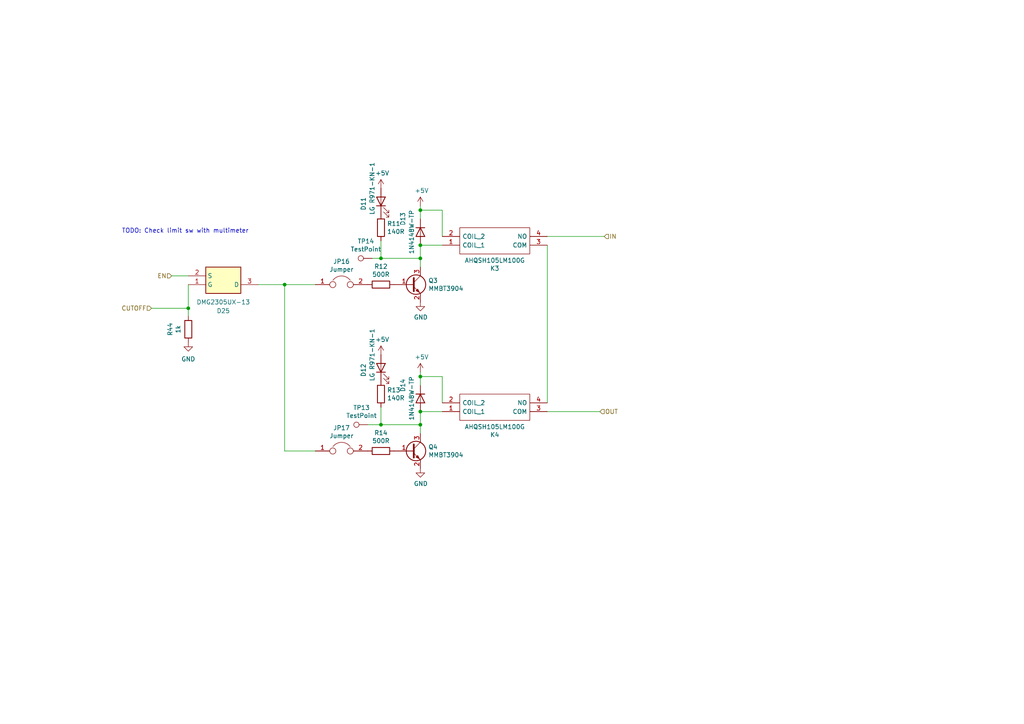
<source format=kicad_sch>
(kicad_sch (version 20230121) (generator eeschema)
  (paper "A4")
  (lib_symbols
    (symbol "AHQSH105LM100G:AHQSH105LM100G" (pin_names (offset 0.762))
      (property "Reference" "K" (at 26.67 7.62 0))
      (property "Value" "AHQSH105LM100G_AHQSH105LM100G" (at 26.67 5.08 0))
      (symbol "AHQSH105LM100G_0_0"
        (pin passive line (at 0 0 0) (length 5.08) (name "COIL_1") (number "1"))
        (pin passive line (at 0 -2.54 0) (length 5.08) (name "COIL_2") (number "2"))
        (pin passive line (at 30.48 0 180) (length 5.08) (name "COM") (number "3"))
        (pin passive line (at 30.48 -2.54 180) (length 5.08) (name "NO") (number "4"))
      )
      (symbol "AHQSH105LM100G_0_1"
        (polyline (pts (xy 5.08 2.54) (xy 25.4 2.54) (xy 25.4 -5.08) (xy 5.08 -5.08) (xy 5.08 2.54)) (stroke (width 0.1524)))
      )
    )
    (symbol "Connector:TestPoint" (pin_numbers hide) (pin_names (offset 0.762) hide)
      (property "Reference" "TP" (at 0 6.858 0))
      (property "Value" "TestPoint" (at 0 5.08 0))
      (symbol "TestPoint_0_1"
        (circle (center 0 3.302) (radius 0.762))
      )
      (symbol "TestPoint_1_1"
        (pin passive line (at 0 0 90) (length 2.54) (name "1") (number "1"))
      )
    )
    (symbol "DMG2305UX-13:DMG2305UX-13"
      (property "Reference" "D" (at 16.51 7.62 0))
      (property "Value" "DMG2305UX-13" (at 16.51 5.08 0))
      (symbol "DMG2305UX-13_1_1"
        (rectangle (start 5.08 2.54) (end 15.24 -5.08) (stroke (width 0.254)) (fill (type background)))
        (pin passive line (at 0 0 0) (length 5.08) (name "G") (number "1"))
        (pin passive line (at 0 -2.54 0) (length 5.08) (name "S") (number "2"))
        (pin passive line (at 20.32 0 180) (length 5.08) (name "D") (number "3"))
      )
    )
    (symbol "Device:Jumper" (pin_names (offset 0.762) hide)
      (property "Reference" "JP" (at 0 3.81 0))
      (property "Value" "Device_Jumper" (at 0 -2.032 0))
      (symbol "Jumper_0_1"
        (circle (center -2.54 0) (radius 0.889))
        (arc (start 2.5146 1.27) (mid 0.0078 2.5097) (end -2.4892 1.27))
        (circle (center 2.54 0) (radius 0.889))
        (pin passive line (at -7.62 0 0) (length 4.191) (name "1") (number "1"))
        (pin passive line (at 7.62 0 180) (length 4.191) (name "2") (number "2"))
      )
    )
    (symbol "Device:LED" (pin_numbers hide) (pin_names (offset 1.016) hide)
      (property "Reference" "D" (at 0 2.54 0))
      (property "Value" "LED" (at 0 -2.54 0))
      (symbol "LED_0_1"
        (polyline (pts (xy -1.27 -1.27) (xy -1.27 1.27)) (stroke (width 0.254)))
        (polyline (pts (xy -1.27 0) (xy 1.27 0)))
        (polyline (pts (xy 1.27 -1.27) (xy 1.27 1.27) (xy -1.27 0) (xy 1.27 -1.27)) (stroke (width 0.254)))
        (polyline (pts (xy -3.048 -0.762) (xy -4.572 -2.286) (xy -3.81 -2.286) (xy -4.572 -2.286) (xy -4.572 -1.524)))
        (polyline (pts (xy -1.778 -0.762) (xy -3.302 -2.286) (xy -2.54 -2.286) (xy -3.302 -2.286) (xy -3.302 -1.524)))
      )
      (symbol "LED_1_1"
        (pin passive line (at -3.81 0 0) (length 2.54) (name "K") (number "1"))
        (pin passive line (at 3.81 0 180) (length 2.54) (name "A") (number "2"))
      )
    )
    (symbol "Device:R" (pin_numbers hide) (pin_names (offset 0))
      (property "Reference" "R" (at 2.032 0 90))
      (property "Value" "R" (at 0 0 90))
      (symbol "R_0_1"
        (rectangle (start -1.016 -2.54) (end 1.016 2.54) (stroke (width 0.254)))
      )
      (symbol "R_1_1"
        (pin passive line (at 0 3.81 270) (length 1.27) (name "~") (number "1"))
        (pin passive line (at 0 -3.81 90) (length 1.27) (name "~") (number "2"))
      )
    )
    (symbol "Diode:1N4148W" (pin_numbers hide) (pin_names hide)
      (property "Reference" "D" (at 0 2.54 0))
      (property "Value" "1N4148W" (at 0 -2.54 0))
      (symbol "1N4148W_0_1"
        (polyline (pts (xy -1.27 1.27) (xy -1.27 -1.27)) (stroke (width 0.254)))
        (polyline (pts (xy 1.27 0) (xy -1.27 0)))
        (polyline (pts (xy 1.27 1.27) (xy 1.27 -1.27) (xy -1.27 0) (xy 1.27 1.27)) (stroke (width 0.254)))
      )
      (symbol "1N4148W_1_1"
        (pin passive line (at -3.81 0 0) (length 2.54) (name "K") (number "1"))
        (pin passive line (at 3.81 0 180) (length 2.54) (name "A") (number "2"))
      )
    )
    (symbol "Transistor_BJT:MMBT3904" (pin_names (offset 0) hide)
      (property "Reference" "Q" (at 5.08 1.905 0))
      (property "Value" "MMBT3904" (at 5.08 0 0))
      (symbol "MMBT3904_0_1"
        (polyline (pts (xy 0.635 0.635) (xy 2.54 2.54)))
        (polyline (pts (xy 0.635 -0.635) (xy 2.54 -2.54) (xy 2.54 -2.54)))
        (polyline (pts (xy 0.635 1.905) (xy 0.635 -1.905) (xy 0.635 -1.905)) (stroke (width 0.508)))
        (polyline (pts (xy 1.27 -1.778) (xy 1.778 -1.27) (xy 2.286 -2.286) (xy 1.27 -1.778) (xy 1.27 -1.778)) (fill (type outline)))
        (circle (center 1.27 0) (radius 2.8194) (stroke (width 0.254)))
      )
      (symbol "MMBT3904_1_1"
        (pin input line (at -5.08 0 0) (length 5.715) (name "B") (number "1"))
        (pin passive line (at 2.54 -5.08 90) (length 2.54) (name "E") (number "2"))
        (pin passive line (at 2.54 5.08 270) (length 2.54) (name "C") (number "3"))
      )
    )
    (symbol "power:+5V" (power) (pin_names (offset 0))
      (property "Value" "+5V" (at 0 3.556 0))
      (symbol "+5V_0_1"
        (polyline (pts (xy -0.762 1.27) (xy 0 2.54)))
        (polyline (pts (xy 0 0) (xy 0 2.54)))
        (polyline (pts (xy 0 2.54) (xy 0.762 1.27)))
      )
      (symbol "+5V_1_1"
        (pin power_in line (at 0 0 90) (length 0) hide (name "+5V") (number "1"))
      )
    )
    (symbol "power:GND" (power) (pin_names (offset 0))
      (property "Value" "GND" (at 0 -3.81 0))
      (symbol "GND_0_1"
        (polyline (pts (xy 0 0) (xy 0 -1.27) (xy 1.27 -1.27) (xy 0 -2.54) (xy -1.27 -1.27) (xy 0 -1.27)))
      )
      (symbol "GND_1_1"
        (pin power_in line (at 0 0 270) (length 0) hide (name "GND") (number "1"))
      )
    )
  )
  (junction (at 121.92 119.38))
  (junction (at 121.92 123.19))
  (junction (at 82.55 82.55))
  (junction (at 121.92 71.12))
  (junction (at 121.92 60.96))
  (junction (at 121.92 74.93))
  (junction (at 121.92 109.22))
  (junction (at 54.61 89.408))
  (junction (at 110.49 74.93))
  (junction (at 110.49 123.19))
  (wire (pts (xy 110.49 69.85) (xy 110.49 74.93)))
  (wire (pts (xy 121.92 74.93) (xy 121.92 71.12)))
  (wire (pts (xy 121.92 109.22) (xy 128.27 109.22)))
  (wire (pts (xy 121.92 59.69) (xy 121.92 60.96)))
  (wire (pts (xy 110.49 118.11) (xy 110.49 123.19)))
  (wire (pts (xy 128.27 109.22) (xy 128.27 116.84)))
  (wire (pts (xy 110.49 123.19) (xy 121.92 123.19)))
  (wire (pts (xy 128.27 71.12) (xy 121.92 71.12)))
  (wire (pts (xy 128.27 119.38) (xy 121.92 119.38)))
  (wire (pts (xy 54.61 89.408) (xy 54.61 82.55)))
  (wire (pts (xy 158.75 71.12) (xy 158.75 116.84)))
  (wire (pts (xy 121.92 111.76) (xy 121.92 109.22)))
  (wire (pts (xy 107.95 74.93) (xy 110.49 74.93)))
  (wire (pts (xy 121.92 63.5) (xy 121.92 60.96)))
  (wire (pts (xy 121.92 60.96) (xy 128.27 60.96)))
  (wire (pts (xy 158.75 68.58) (xy 175.26 68.58)))
  (wire (pts (xy 106.68 123.19) (xy 110.49 123.19)))
  (wire (pts (xy 43.942 89.408) (xy 54.61 89.408)))
  (wire (pts (xy 82.55 130.81) (xy 91.44 130.81)))
  (wire (pts (xy 49.784 80.01) (xy 54.61 80.01)))
  (wire (pts (xy 121.92 77.47) (xy 121.92 74.93)))
  (wire (pts (xy 128.27 60.96) (xy 128.27 68.58)))
  (wire (pts (xy 121.92 107.95) (xy 121.92 109.22)))
  (wire (pts (xy 74.93 82.55) (xy 82.55 82.55)))
  (wire (pts (xy 110.49 74.93) (xy 121.92 74.93)))
  (wire (pts (xy 121.92 125.73) (xy 121.92 123.19)))
  (wire (pts (xy 121.92 123.19) (xy 121.92 119.38)))
  (wire (pts (xy 158.75 119.38) (xy 173.99 119.38)))
  (wire (pts (xy 54.61 91.694) (xy 54.61 89.408)))
  (wire (pts (xy 82.55 82.55) (xy 91.44 82.55)))
  (wire (pts (xy 82.55 82.55) (xy 82.55 130.81)))
  (text "TODO: Check limit sw with multimeter\n" (at 35.306 67.818 0) (effects (font (size 1.27 1.27)) (justify left bottom)))
  (hierarchical_label "OUT" (shape input) (at 173.99 119.38 0))
  (hierarchical_label "IN" (shape input) (at 175.26 68.58 0))
  (hierarchical_label "CUTOFF" (shape input) (at 43.942 89.408 180))
  (hierarchical_label "EN" (shape input) (at 49.784 80.01 180))
  (symbol (lib_id "AHQSH105LM100G:AHQSH105LM100G") (at 128.27 71.12 0) (mirror x) (unit 1)
    (property "Reference" "K3" (at 143.51 77.851 0))
    (property "Value" "AHQSH105LM100G" (at 143.51 75.5396 0))
    (property "Footprint" "AHQSH105LM100G:AHQSH105LM100G" (effects hide))
    (property "Datasheet" "http://www.anytek.com.cn/AHQSH112DM2F00G-14101117906.pdf" (effects hide))
    (property "Description" "General Purpose Relay SPST-NO (1 Form A) 5VDC Coil Through Hole" (effects hide))
    (property "Height" "15.3" (effects hide))
    (property "Manufacturer_Name" "Amphenol" (effects hide))
    (property "Manufacturer_Part_Number" "AHQSH105LM100G" (effects hide))
    (property "Mouser Part Number" "523-AHQSH105LM100G" (effects hide))
    (property "Mouser Price/Stock" "https://www.mouser.co.uk/ProductDetail/Amphenol-Anytek/AHQSH105LM100G?qs=rSMjJ%252B1ewcRTcSgzvp4hwg%3D%3D" (effects hide))
    (instances (project "Control Box" (path "" (reference "K3") (unit 1)) (path "" (reference "K7") (unit 1)) (path "" (reference "K1") (unit 1)) (path "" (reference "K5") (unit 1))))
  )
  (symbol (lib_id "Transistor_BJT:MMBT3904") (at 119.38 82.55 0) (unit 1)
    (property "Reference" "Q3" (at 124.2314 81.3816 0) (effects (justify left)))
    (property "Value" "MMBT3904" (at 124.2314 83.693 0) (effects (justify left)))
    (property "Footprint" "Package_TO_SOT_SMD:SOT-23" (effects hide))
    (property "Datasheet" "https://www.fairchildsemi.com/datasheets/2N/2N3904.pdf" (effects hide))
    (instances (project "Control Box" (path "" (reference "Q3") (unit 1)) (path "" (reference "Q7") (unit 1)) (path "" (reference "Q1") (unit 1)) (path "" (reference "Q5") (unit 1))))
  )
  (symbol (lib_id "Device:R") (at 110.49 82.55 270) (unit 1)
    (property "Reference" "R12" (at 110.49 77.2922 90))
    (property "Value" "500R" (at 110.49 79.6036 90))
    (property "Footprint" "Resistor_SMD:R_0805_2012Metric_Pad1.20x1.40mm_HandSolder" (effects hide))
    (instances (project "Control Box" (path "" (reference "R12") (unit 1)) (path "" (reference "R20") (unit 1)) (path "" (reference "R2") (unit 1)) (path "" (reference "R16") (unit 1))))
  )
  (symbol (lib_id "power:GND") (at 121.92 87.63 0) (unit 1)
    (property "Reference" "#PWR024" (effects hide))
    (property "Value" "GND" (at 122.047 92.0242 0))
    (instances (project "Control Box" (path "" (reference "#PWR024") (unit 1)) (path "" (reference "#PWR036") (unit 1)) (path "" (reference "#PWR012") (unit 1)) (path "" (reference "#PWR030") (unit 1))))
  )
  (symbol (lib_id "power:+5V") (at 121.92 59.69 0) (unit 1)
    (property "Reference" "#PWR023" (effects hide))
    (property "Value" "+5V" (at 122.301 55.2958 0))
    (instances (project "Control Box" (path "" (reference "#PWR023") (unit 1)) (path "" (reference "#PWR035") (unit 1)) (path "" (reference "#PWR011") (unit 1)) (path "" (reference "#PWR029") (unit 1))))
  )
  (symbol (lib_id "Diode:1N4148W") (at 121.92 67.31 270) (unit 1)
    (property "Reference" "D13" (at 116.84 63.5 0))
    (property "Value" "1N4148W-TP" (at 119.38 67.31 0))
    (property "Footprint" "Diode_SMD:D_SOD-123" (effects hide))
    (property "Datasheet" "https://www.vishay.com/docs/85748/1n4148w.pdf" (effects hide))
    (instances (project "Control Box" (path "" (reference "D13") (unit 1)) (path "" (reference "D21") (unit 1)) (path "" (reference "D3") (unit 1)) (path "" (reference "D17") (unit 1))))
  )
  (symbol (lib_id "Device:LED") (at 110.49 58.42 90) (unit 1)
    (property "Reference" "D11" (at 105.41 57.15 0) (effects (justify right)))
    (property "Value" "LG R971-KN-1" (at 107.95 46.99 0) (effects (justify right)))
    (property "Footprint" "LED_SMD:LED_0805_2012Metric_Pad1.15x1.40mm_HandSolder" (effects hide))
    (instances (project "Control Box" (path "" (reference "D11") (unit 1)) (path "" (reference "D19") (unit 1)) (path "" (reference "D1") (unit 1)) (path "" (reference "D15") (unit 1))))
  )
  (symbol (lib_id "Device:R") (at 110.49 66.04 0) (unit 1)
    (property "Reference" "R11" (at 112.268 64.8716 0) (effects (justify left)))
    (property "Value" "140R" (at 112.268 67.183 0) (effects (justify left)))
    (property "Footprint" "Resistor_SMD:R_0805_2012Metric_Pad1.20x1.40mm_HandSolder" (effects hide))
    (instances (project "Control Box" (path "" (reference "R11") (unit 1)) (path "" (reference "R19") (unit 1)) (path "" (reference "R1") (unit 1)) (path "" (reference "R15") (unit 1))))
  )
  (symbol (lib_id "power:+5V") (at 110.49 54.61 0) (unit 1)
    (property "Reference" "#PWR021" (effects hide))
    (property "Value" "+5V" (at 110.871 50.2158 0))
    (instances (project "Control Box" (path "" (reference "#PWR021") (unit 1)) (path "" (reference "#PWR033") (unit 1)) (path "" (reference "#PWR09") (unit 1)) (path "" (reference "#PWR027") (unit 1))))
  )
  (symbol (lib_id "AHQSH105LM100G:AHQSH105LM100G") (at 128.27 119.38 0) (mirror x) (unit 1)
    (property "Reference" "K4" (at 143.51 126.111 0))
    (property "Value" "AHQSH105LM100G" (at 143.51 123.7996 0))
    (property "Footprint" "AHQSH105LM100G:AHQSH105LM100G" (effects hide))
    (property "Datasheet" "http://www.anytek.com.cn/AHQSH112DM2F00G-14101117906.pdf" (effects hide))
    (property "Description" "General Purpose Relay SPST-NO (1 Form A) 5VDC Coil Through Hole" (effects hide))
    (property "Height" "15.3" (effects hide))
    (property "Manufacturer_Name" "Amphenol" (effects hide))
    (property "Manufacturer_Part_Number" "AHQSH105LM100G" (effects hide))
    (property "Mouser Part Number" "523-AHQSH105LM100G" (effects hide))
    (property "Mouser Price/Stock" "https://www.mouser.co.uk/ProductDetail/Amphenol-Anytek/AHQSH105LM100G?qs=rSMjJ%252B1ewcRTcSgzvp4hwg%3D%3D" (effects hide))
    (instances (project "Control Box" (path "" (reference "K4") (unit 1)) (path "" (reference "K8") (unit 1)) (path "" (reference "K2") (unit 1)) (path "" (reference "K6") (unit 1))))
  )
  (symbol (lib_id "Transistor_BJT:MMBT3904") (at 119.38 130.81 0) (unit 1)
    (property "Reference" "Q4" (at 124.2314 129.6416 0) (effects (justify left)))
    (property "Value" "MMBT3904" (at 124.2314 131.953 0) (effects (justify left)))
    (property "Footprint" "Package_TO_SOT_SMD:SOT-23" (effects hide))
    (property "Datasheet" "https://www.fairchildsemi.com/datasheets/2N/2N3904.pdf" (effects hide))
    (instances (project "Control Box" (path "" (reference "Q4") (unit 1)) (path "" (reference "Q8") (unit 1)) (path "" (reference "Q2") (unit 1)) (path "" (reference "Q6") (unit 1))))
  )
  (symbol (lib_id "Device:R") (at 110.49 130.81 270) (unit 1)
    (property "Reference" "R14" (at 110.49 125.5522 90))
    (property "Value" "500R" (at 110.49 127.8636 90))
    (property "Footprint" "Resistor_SMD:R_0805_2012Metric_Pad1.20x1.40mm_HandSolder" (effects hide))
    (instances (project "Control Box" (path "" (reference "R14") (unit 1)) (path "" (reference "R22") (unit 1)) (path "" (reference "R4") (unit 1)) (path "" (reference "R18") (unit 1))))
  )
  (symbol (lib_id "power:GND") (at 121.92 135.89 0) (unit 1)
    (property "Reference" "#PWR026" (effects hide))
    (property "Value" "GND" (at 122.047 140.2842 0))
    (instances (project "Control Box" (path "" (reference "#PWR026") (unit 1)) (path "" (reference "#PWR038") (unit 1)) (path "" (reference "#PWR014") (unit 1)) (path "" (reference "#PWR032") (unit 1))))
  )
  (symbol (lib_id "power:+5V") (at 121.92 107.95 0) (unit 1)
    (property "Reference" "#PWR025" (effects hide))
    (property "Value" "+5V" (at 122.301 103.5558 0))
    (instances (project "Control Box" (path "" (reference "#PWR025") (unit 1)) (path "" (reference "#PWR037") (unit 1)) (path "" (reference "#PWR013") (unit 1)) (path "" (reference "#PWR031") (unit 1))))
  )
  (symbol (lib_id "Diode:1N4148W") (at 121.92 115.57 270) (unit 1)
    (property "Reference" "D14" (at 116.84 111.76 0))
    (property "Value" "1N4148W-TP" (at 119.38 115.57 0))
    (property "Footprint" "Diode_SMD:D_SOD-123" (effects hide))
    (property "Datasheet" "https://www.vishay.com/docs/85748/1n4148w.pdf" (effects hide))
    (instances (project "Control Box" (path "" (reference "D14") (unit 1)) (path "" (reference "D22") (unit 1)) (path "" (reference "D4") (unit 1)) (path "" (reference "D18") (unit 1))))
  )
  (symbol (lib_id "Device:LED") (at 110.49 106.68 90) (unit 1)
    (property "Reference" "D12" (at 105.41 105.41 0) (effects (justify right)))
    (property "Value" "LG R971-KN-1" (at 107.95 95.25 0) (effects (justify right)))
    (property "Footprint" "LED_SMD:LED_0805_2012Metric_Pad1.15x1.40mm_HandSolder" (effects hide))
    (instances (project "Control Box" (path "" (reference "D12") (unit 1)) (path "" (reference "D20") (unit 1)) (path "" (reference "D2") (unit 1)) (path "" (reference "D16") (unit 1))))
  )
  (symbol (lib_id "Device:R") (at 110.49 114.3 0) (unit 1)
    (property "Reference" "R13" (at 112.268 113.1316 0) (effects (justify left)))
    (property "Value" "140R" (at 112.268 115.443 0) (effects (justify left)))
    (property "Footprint" "Resistor_SMD:R_0805_2012Metric_Pad1.20x1.40mm_HandSolder" (effects hide))
    (instances (project "Control Box" (path "" (reference "R13") (unit 1)) (path "" (reference "R21") (unit 1)) (path "" (reference "R3") (unit 1)) (path "" (reference "R17") (unit 1))))
  )
  (symbol (lib_id "power:+5V") (at 110.49 102.87 0) (unit 1)
    (property "Reference" "#PWR022" (effects hide))
    (property "Value" "+5V" (at 110.871 98.4758 0))
    (instances (project "Control Box" (path "" (reference "#PWR022") (unit 1)) (path "" (reference "#PWR034") (unit 1)) (path "" (reference "#PWR010") (unit 1)) (path "" (reference "#PWR028") (unit 1))))
  )
  (symbol (lib_id "Device:Jumper") (at 99.06 82.55 0) (unit 1)
    (property "Reference" "JP16" (at 99.06 75.8444 0))
    (property "Value" "Jumper" (at 99.06 78.1558 0))
    (property "Footprint" "Connector_PinHeader_2.54mm:PinHeader_1x02_P2.54mm_Vertical" (effects hide))
    (instances (project "Control Box" (path "" (reference "JP16") (unit 1)) (path "" (reference "JP10") (unit 1)) (path "" (reference "JP13") (unit 1)) (path "" (reference "JP1") (unit 1))))
  )
  (symbol (lib_id "Device:Jumper") (at 99.06 130.81 0) (unit 1)
    (property "Reference" "JP17" (at 99.06 124.1044 0))
    (property "Value" "Jumper" (at 99.06 126.4158 0))
    (property "Footprint" "Connector_PinHeader_2.54mm:PinHeader_1x02_P2.54mm_Vertical" (effects hide))
    (instances (project "Control Box" (path "" (reference "JP17") (unit 1)) (path "" (reference "JP11") (unit 1)) (path "" (reference "JP14") (unit 1)) (path "" (reference "JP2") (unit 1))))
  )
  (symbol (lib_id "Connector:TestPoint") (at 107.95 74.93 90) (unit 1)
    (property "Reference" "TP14" (at 106.1212 69.977 90))
    (property "Value" "TestPoint" (at 106.1212 72.2884 90))
    (property "Footprint" "Connector_PinHeader_2.54mm:PinHeader_1x01_P2.54mm_Vertical" (effects hide))
    (instances (project "Control Box" (path "" (reference "TP14") (unit 1)) (path "" (reference "TP10") (unit 1)) (path "" (reference "TP12") (unit 1)) (path "" (reference "TP2") (unit 1))))
  )
  (symbol (lib_id "Connector:TestPoint") (at 106.68 123.19 90) (unit 1)
    (property "Reference" "TP13" (at 104.8512 118.237 90))
    (property "Value" "TestPoint" (at 104.8512 120.5484 90))
    (property "Footprint" "Connector_PinHeader_2.54mm:PinHeader_1x01_P2.54mm_Vertical" (effects hide))
    (instances (project "Control Box" (path "" (reference "TP13") (unit 1)) (path "" (reference "TP9") (unit 1)) (path "" (reference "TP11") (unit 1)) (path "" (reference "TP1") (unit 1))))
  )
  (symbol (lib_id "DMG2305UX-13:DMG2305UX-13") (at 54.61 82.55 0) (mirror x) (unit 1)
    (property "Reference" "D25" (at 64.77 90.17 0))
    (property "Value" "DMG2305UX-13" (at 64.77 87.63 0))
    (property "Footprint" "DMG2305UX-13:SOT96P240X120-3N" (effects hide))
    (property "Datasheet" "https://componentsearchengine.com/Datasheets/2/DMG2305UX-13.pdf" (effects hide))
    (property "Height" "1.2" (effects hide))
    (property "Manufacturer_Name" "Diodes Incorporated" (effects hide))
    (property "Manufacturer_Part_Number" "DMG2305UX-13" (effects hide))
    (property "Mouser Part Number" "621-DMG2305UX-13" (effects hide))
    (property "Mouser Price/Stock" "https://www.mouser.co.uk/ProductDetail/Diodes-Incorporated/DMG2305UX-13?qs=L1DZKBg7t5Hgw5KN3G2IRg%3D%3D" (effects hide))
    (property "Arrow Part Number" "DMG2305UX-13" (effects hide))
    (property "Arrow Price/Stock" "https://www.arrow.com/en/products/dmg2305ux-13/diodes-incorporated?region=nac" (effects hide))
    (instances (project "Control Box" (path "" (reference "D25") (unit 1)) (path "" (reference "D23") (unit 1)) (path "" (reference "D24") (unit 1)) (path "" (reference "D26") (unit 1))))
  )
  (symbol (lib_id "Device:R") (at 54.61 95.504 0) (unit 1)
    (property "Reference" "R44" (at 49.3522 95.504 90))
    (property "Value" "1k" (at 51.6636 95.504 90))
    (property "Footprint" "Resistor_SMD:R_0805_2012Metric_Pad1.20x1.40mm_HandSolder" (effects hide))
    (instances (project "Control Box" (path "" (reference "R44") (unit 1)) (path "" (reference "R46") (unit 1)) (path "" (reference "R43") (unit 1)) (path "" (reference "R45") (unit 1))))
  )
  (symbol (lib_id "power:GND") (at 54.61 99.314 0) (unit 1)
    (property "Reference" "#PWR075" (effects hide))
    (property "Value" "GND" (at 54.61 104.14 0))
    (instances (project "Control Box" (path "" (reference "#PWR075") (unit 1)) (path "" (reference "#PWR076") (unit 1)) (path "" (reference "#PWR077") (unit 1)) (path "" (reference "#PWR078") (unit 1))))
  )
)
</source>
